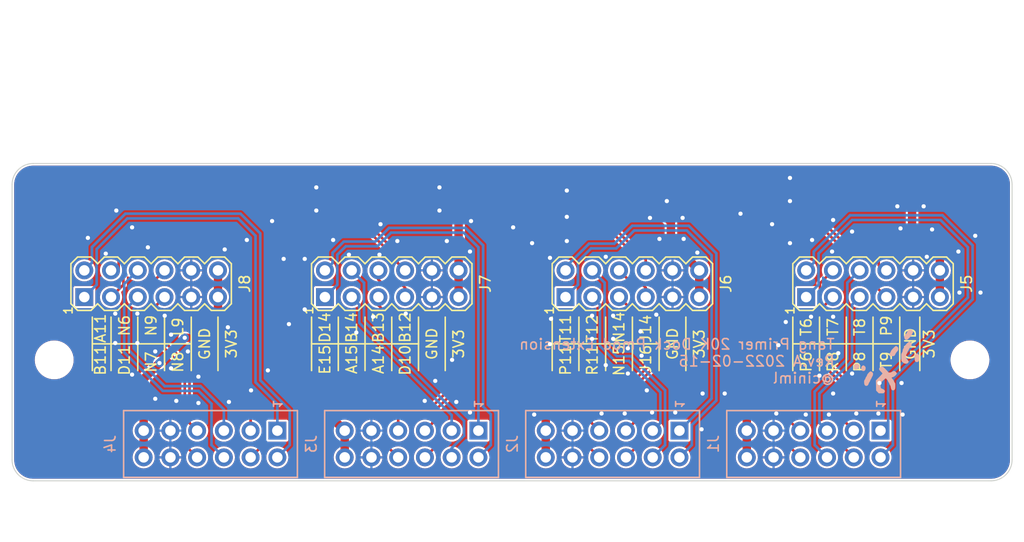
<source format=kicad_pcb>
(kicad_pcb (version 20211014) (generator pcbnew)
  (title_block (date "2023-02-14"))
  (layers (0 "F.Cu" signal) (31 "B.Cu" signal) (34 "B.Paste" user) (35 "F.Paste" user) (36 "B.SilkS" user "B.Silkscreen") (37 "F.SilkS" user "F.Silkscreen") (38 "B.Mask" user) (39 "F.Mask" user) (44 "Edge.Cuts" user))
  (net 0 "")
  (net 1 "/PMOD0_P1_P6")
  (net 2 "/PMOD0_P2_R8")
  (net 3 "/PMOD0_P3_P8")
  (net 4 "/PMOD0_P4_T9")
  (net 5 "GND")
  (net 6 "+3V3")
  (net 7 "/PMOD0_P7_T6")
  (net 8 "/PMOD0_P8_T7")
  (net 9 "/PMOD0_P9_T8")
  (net 10 "/PMOD0_P10_P9")
  (net 11 "/PMOD1_P1_P11")
  (net 12 "/PMOD1_P2_R11")
  (net 13 "/PMOD1_P3_M15")
  (net 14 "/PMOD1_P4_J16")
  (net 15 "/PMOD1_P7_T11")
  (net 16 "/PMOD1_P8_T12")
  (net 17 "/PMOD1_P9_M14")
  (net 18 "/PMOD1_P10_J14")
  (net 19 "/PMOD2_P1_E15")
  (net 20 "/PMOD2_P2_A15")
  (net 21 "/PMOD2_P3_A14")
  (net 22 "/PMOD2_P4_D10")
  (net 23 "/PMOD2_P7_D14")
  (net 24 "/PMOD2_P8_B14")
  (net 25 "/PMOD2_P9_B13")
  (net 26 "/PMOD2_P10_B12")
  (net 27 "/PMOD3_P1_B11")
  (net 28 "/PMOD3_P2_D11")
  (net 29 "/PMOD3_P3_N7")
  (net 30 "/PMOD3_P4_N8")
  (net 31 "/PMOD3_P7_A11")
  (net 32 "/PMOD3_P8_N6")
  (net 33 "/PMOD3_P9_N9")
  (net 34 "/PMOD3_P10_L9")
  (footprint "local:Conn_Pmod_Spec_D" (layer "F.Cu") (at 92.22 41.03 90)
    (fp_text reference "J7")
    (fp_text value "Conn_02x06_Top_Bottom")
  )
  (footprint "local:Conn_Pmod_Spec_D" (layer "F.Cu") (at 115.08 41.03 90)
    (fp_text reference "J6")
    (fp_text value "Conn_02x06_Top_Bottom")
  )
  (footprint "local:MountingHole_3.2mm_M3_Mask" (layer "F.Cu") (at 66.5 47)
    (fp_text reference "H1" hide)
    (fp_text value "MountingHole")
  )
  (footprint "local:Conn_Pmod_Spec_D" (layer "F.Cu") (at 69.36 41.03 90)
    (fp_text reference "J8")
    (fp_text value "Conn_02x06_Top_Bottom")
  )
  (footprint "local:Conn_Pmod_Spec_D" (layer "F.Cu") (at 137.94 41.03 90)
    (fp_text reference "J5")
    (fp_text value "Conn_02x06_Top_Bottom")
  )
  (footprint "local:MountingHole_3.2mm_M3_Mask" (layer "F.Cu") (at 153.5 47)
    (fp_text reference "H2" hide)
    (fp_text value "MountingHole")
  )
  (footprint "local:logo" (layer "B.Cu") (at 145.56 47.126 180)
    (fp_text reference "LOGO1" hide)
    (fp_text value "Logo_Open_Hardware_Small" hide)
  )
  (footprint "local:Conn_Pmod_Spec_B_Vertical" (layer "B.Cu") (at 106.8 53.73 90)
    (fp_text reference "J3")
    (fp_text value "Conn_02x06_Top_Bottom")
  )
  (footprint "local:Conn_Pmod_Spec_B_Vertical" (layer "B.Cu") (at 87.7 53.73 90)
    (fp_text reference "J4")
    (fp_text value "Conn_02x06_Top_Bottom")
  )
  (footprint "local:Conn_Pmod_Spec_B_Vertical" (layer "B.Cu") (at 125.9 53.73 90)
    (fp_text reference "J2")
    (fp_text value "Conn_02x06_Top_Bottom")
  )
  (footprint "local:Conn_Pmod_Spec_B_Vertical" (layer "B.Cu") (at 145 53.73 90)
    (fp_text reference "J1")
    (fp_text value "Conn_02x06_Top_Bottom")
  )
  (gr_line (start 118.89 48.015) (end 118.89 42.935) (layer "F.SilkS") (width 0.15))
  (gr_line (start 82.06 48.015) (end 82.06 42.935) (layer "F.SilkS") (width 0.15))
  (gr_line (start 126.51 48.015) (end 126.51 42.935) (layer "F.SilkS") (width 0.15))
  (gr_line (start 103.65 48.015) (end 103.65 42.935) (layer "F.SilkS") (width 0.15))
  (gr_line (start 148.735 48.015) (end 148.735 42.935) (layer "F.SilkS") (width 0.15))
  (gr_line (start 113.81 45.475) (end 123.97 45.475) (layer "F.SilkS") (width 0.15))
  (gr_line (start 98.57 48.015) (end 98.57 42.935) (layer "F.SilkS") (width 0.15))
  (gr_line (start 90.95 45.475) (end 101.11 45.475) (layer "F.SilkS") (width 0.15))
  (gr_line (start 116.35 48.015) (end 116.35 42.935) (layer "F.SilkS") (width 0.15))
  (gr_line (start 113.81 48.015) (end 113.81 42.935) (layer "F.SilkS") (width 0.15))
  (gr_line (start 71.9 48.015) (end 71.9 42.935) (layer "F.SilkS") (width 0.15))
  (gr_line (start 101.11 48.015) (end 101.11 42.935) (layer "F.SilkS") (width 0.15))
  (gr_line (start 139.21 48.015) (end 139.21 42.935) (layer "F.SilkS") (width 0.15))
  (gr_line (start 93.49 48.015) (end 93.49 42.935) (layer "F.SilkS") (width 0.15))
  (gr_line (start 70.122 48.015) (end 70.122 42.935) (layer "F.SilkS") (width 0.15))
  (gr_line (start 76.98 48.015) (end 76.98 42.935) (layer "F.SilkS") (width 0.15))
  (gr_line (start 70.122 45.475) (end 79.52 45.475) (layer "F.SilkS") (width 0.15))
  (gr_line (start 144.29 48.015) (end 144.29 42.935) (layer "F.SilkS") (width 0.15))
  (gr_line (start 74.44 48.015) (end 74.44 42.935) (layer "F.SilkS") (width 0.15))
  (gr_line (start 136.67 48.015) (end 136.67 42.935) (layer "F.SilkS") (width 0.15))
  (gr_line (start 141.75 48.015) (end 141.75 42.935) (layer "F.SilkS") (width 0.15))
  (gr_line (start 136.67 45.475) (end 146.83 45.475) (layer "F.SilkS") (width 0.15))
  (gr_line (start 146.83 48.015) (end 146.83 42.935) (layer "F.SilkS") (width 0.15))
  (gr_line (start 90.95 48.015) (end 90.95 42.935) (layer "F.SilkS") (width 0.15))
  (gr_line (start 79.52 48.015) (end 79.52 42.935) (layer "F.SilkS") (width 0.15))
  (gr_line (start 121.43 48.015) (end 121.43 42.935) (layer "F.SilkS") (width 0.15))
  (gr_line (start 123.97 48.015) (end 123.97 42.935) (layer "F.SilkS") (width 0.15))
  (gr_line (start 96.03 48.015) (end 96.03 42.935) (layer "F.SilkS") (width 0.15))
  (gr_line (start 62.5 56.5) (end 62.5 30.33) (layer "Edge.Cuts") (width 0.1))
  (gr_arc (start 62.5 30.33) (mid 63.085786 28.915786) (end 64.5 28.33) (layer "Edge.Cuts") (width 0.1))
  (gr_arc (start 64.5 58.5) (mid 63.085786 57.914214) (end 62.5 56.5) (layer "Edge.Cuts") (width 0.1))
  (gr_arc (start 155.5 28.33) (mid 156.914214 28.915786) (end 157.5 30.33) (layer "Edge.Cuts") (width 0.1))
  (gr_line (start 64.5 28.33) (end 155.5 28.33) (layer "Edge.Cuts") (width 0.1))
  (gr_arc (start 157.5 56.5) (mid 156.914214 57.914214) (end 155.5 58.5) (layer "Edge.Cuts") (width 0.1))
  (gr_line (start 157.5 30.33) (end 157.5 56.5) (layer "Edge.Cuts") (width 0.1))
  (gr_line (start 64.5 58.5) (end 155.5 58.5) (layer "Edge.Cuts") (width 0.1))
  (gr_text "Tang Primer 20K Dock Pmod Extension\nRev.A 2022-02-15\n@ciniml" (at 140.734 47.126) (layer "B.SilkS") (effects (font (size 1 1)) (justify left mirror)))
  (gr_text "D11" (at 73.17 45.475 90) (layer "F.SilkS") (effects (font (size 1 1)) (justify right)))
  (gr_text "T12" (at 117.62 45.475 90) (layer "F.SilkS") (effects (font (size 1 1)) (justify left)))
  (gr_text "D14" (at 92.22 45.475 90) (layer "F.SilkS") (effects (font (size 1 1)) (justify left)))
  (gr_text "N9" (at 75.71 44.84 90) (layer "F.SilkS") (effects (font (size 1 1)) (justify left)))
  (gr_text "GND" (at 102.38 45.475 90) (layer "F.SilkS") (effects (font (size 1 1))))
  (gr_text "3V3" (at 149.624 45.475 90) (layer "F.SilkS") (effects (font (size 1 1))))
  (gr_text "P9" (at 145.56 44.84 90) (layer "F.SilkS") (effects (font (size 1 1)) (justify left)))
  (gr_text "R8" (at 140.48 46.11 90) (layer "F.SilkS") (effects (font (size 1 1)) (justify right)))
  (gr_text "T9" (at 145.56 46.11 90) (layer "F.SilkS") (effects (font (size 1 1)) (justify right)))
  (gr_text "B12" (at 99.84 45.475 90) (layer "F.SilkS") (effects (font (size 1 1)) (justify left)))
  (gr_text "GND" (at 125.24 45.475 90) (layer "F.SilkS") (effects (font (size 1 1))))
  (gr_text "N6" (at 73.17 44.84 90) (layer "F.SilkS") (effects (font (size 1 1)) (justify left)))
  (gr_text "GND" (at 147.846 45.475 90) (layer "F.SilkS") (effects (font (size 1 1))))
  (gr_text "3V3" (at 127.78 45.475 90) (layer "F.SilkS") (effects (font (size 1 1))))
  (gr_text "E15" (at 92.22 45.475 90) (layer "F.SilkS") (effects (font (size 1 1)) (justify right)))
  (gr_text "B14" (at 94.76 45.475 90) (layer "F.SilkS") (effects (font (size 1 1)) (justify left)))
  (gr_text "N8" (at 78.25 46.11 90) (layer "F.SilkS") (effects (font (size 1 1)) (justify right)))
  (gr_text "T6" (at 137.94 44.84 90) (layer "F.SilkS") (effects (font (size 1 1)) (justify left)))
  (gr_text "P11" (at 115.08 45.475 90) (layer "F.SilkS") (effects (font (size 1 1)) (justify right)))
  (gr_text "T8" (at 143.02 44.84 90) (layer "F.SilkS") (effects (font (size 1 1)) (justify left)))
  (gr_text "A11" (at 70.884 45.475 90) (layer "F.SilkS") (effects (font (size 1 1)) (justify left)))
  (gr_text "A14" (at 97.3 45.475 90) (layer "F.SilkS") (effects (font (size 1 1)) (justify right)))
  (gr_text "3V3" (at 83.33 45.475 90) (layer "F.SilkS") (effects (font (size 1 1))))
  (gr_text "R11" (at 117.62 45.475 90) (layer "F.SilkS") (effects (font (size 1 1)) (justify right)))
  (gr_text "N7" (at 75.71 46.11 90) (layer "F.SilkS") (effects (font (size 1 1)) (justify right)))
  (gr_text "B13" (at 97.3 45.475 90) (layer "F.SilkS") (effects (font (size 1 1)) (justify left)))
  (gr_text "GND" (at 80.79 45.475 90) (layer "F.SilkS") (effects (font (size 1 1))))
  (gr_text "A15" (at 94.76 45.475 90) (layer "F.SilkS") (effects (font (size 1 1)) (justify right)))
  (gr_text "N15" (at 120.16 45.475 90) (layer "F.SilkS") (effects (font (size 1 1)) (justify right)))
  (gr_text "N14" (at 120.16 45.475 90) (layer "F.SilkS") (effects (font (size 1 1)) (justify left)))
  (gr_text "D10" (at 99.84 45.475 90) (layer "F.SilkS") (effects (font (size 1 1)) (justify right)))
  (gr_text "T11" (at 115.08 45.475 90) (layer "F.SilkS") (effects (font (size 1 1)) (justify left)))
  (gr_text "3V3" (at 104.92 45.475 90) (layer "F.SilkS") (effects (font (size 1 1))))
  (gr_text "T7" (at 140.48 44.84 90) (layer "F.SilkS") (effects (font (size 1 1)) (justify left)))
  (gr_text "P8" (at 143.02 46.11 90) (layer "F.SilkS") (effects (font (size 1 1)) (justify right)))
  (gr_text "P6" (at 137.94 46.11 90) (layer "F.SilkS") (effects (font (size 1 1)) (justify right)))
  (gr_text "L9" (at 78.25 44.84 90) (layer "F.SilkS") (effects (font (size 1 1)) (justify left)))
  (gr_text "B11" (at 70.884 45.475 90) (layer "F.SilkS") (effects (font (size 1 1)) (justify right)))
  (gr_text "J14" (at 122.7 45.475 90) (layer "F.SilkS") (effects (font (size 1 1)) (justify left)))
  (gr_text "J16" (at 122.7 45.475 90) (layer "F.SilkS") (effects (font (size 1 1)) (justify right)))
  (segment (start 139.114511 36.885489) (end 139.114511 39.855489) (width 0.25) (layer "B.Cu") (net 1))
  (segment (start 153.3 41.064282) (end 153.3 40.7) (width 0.25) (layer "B.Cu") (net 1))
  (segment (start 142.3 33.7) (end 139.114511 36.885489) (width 0.25) (layer "B.Cu") (net 1))
  (segment (start 150.7 33.7) (end 142.3 33.7) (width 0.25) (layer "B.Cu") (net 1))
  (segment (start 153.3 36.3) (end 150.7 33.7) (width 0.25) (layer "B.Cu") (net 1))
  (segment (start 139.114511 39.855489) (end 137.94 41.03) (width 0.25) (layer "B.Cu") (net 1))
  (segment (start 145.724991 53.005009) (end 145.724991 48.639291) (width 0.25) (layer "B.Cu") (net 1))
  (segment (start 145.724991 48.639291) (end 153.3 41.064282) (width 0.25) (layer "B.Cu") (net 1))
  (segment (start 145 53.73) (end 145.724991 53.005009) (width 0.25) (layer "B.Cu") (net 1))
  (segment (start 153.3 40.7) (end 153.3 36.3) (width 0.25) (layer "B.Cu") (net 1))
  (segment (start 140.48 41.03) (end 140.47 41.03) (width 0.25) (layer "F.Cu") (net 2))
  (segment (start 141.735009 49.03501) (end 141.735009 53.005009) (width 0.25) (layer "F.Cu") (net 2))
  (segment (start 141.735009 53.005009) (end 142.46 53.73) (width 0.25) (layer "F.Cu") (net 2))
  (segment (start 139.7 47) (end 141.735009 49.03501) (width 0.25) (layer "F.Cu") (net 2))
  (segment (start 140.47 41.03) (end 139.7 41.8) (width 0.25) (layer "F.Cu") (net 2))
  (segment (start 139.7 41.8) (end 139.7 47) (width 0.25) (layer "F.Cu") (net 2))
  (segment (start 139.195009 50.204992) (end 140.1 49.3) (width 0.25) (layer "B.Cu") (net 3))
  (segment (start 139.92 53.72) (end 139.195009 52.995009) (width 0.25) (layer "B.Cu") (net 3))
  (segment (start 139.92 53.73) (end 139.92 53.72) (width 0.25) (layer "B.Cu") (net 3))
  (segment (start 140.1 49.3) (end 142.3 47.1) (width 0.25) (layer "B.Cu") (net 3))
  (segment (start 142.3 47.1) (end 142.3 41.75) (width 0.25) (layer "B.Cu") (net 3))
  (segment (start 139.195009 52.995009) (end 139.195009 50.204992) (width 0.25) (layer "B.Cu") (net 3))
  (segment (start 142.3 41.75) (end 143.02 41.03) (width 0.25) (layer "B.Cu") (net 3))
  (segment (start 144.385489 39.855489) (end 144.385489 37.085489) (width 0.25) (layer "F.Cu") (net 4))
  (segment (start 144.385489 37.085489) (end 143.4 36.1) (width 0.25) (layer "F.Cu") (net 4))
  (segment (start 136.54952 53) (end 137.27952 53.73) (width 0.25) (layer "F.Cu") (net 4))
  (segment (start 141.1 36.1) (end 139.7 34.7) (width 0.25) (layer "F.Cu") (net 4))
  (segment (start 136.54952 45.049521) (end 136.54952 53) (width 0.25) (layer "F.Cu") (net 4))
  (segment (start 135.2 35.9) (end 135.2 43.7) (width 0.25) (layer "F.Cu") (net 4))
  (segment (start 143.4 36.1) (end 141.1 36.1) (width 0.25) (layer "F.Cu") (net 4))
  (segment (start 145.56 41.03) (end 144.385489 39.855489) (width 0.25) (layer "F.Cu") (net 4))
  (segment (start 137.27952 53.73) (end 137.38 53.73) (width 0.25) (layer "F.Cu") (net 4))
  (segment (start 136.4 34.7) (end 135.2 35.9) (width 0.25) (layer "F.Cu") (net 4))
  (segment (start 135.2 43.7) (end 136.54952 45.049521) (width 0.25) (layer "F.Cu") (net 4))
  (segment (start 139.7 34.7) (end 136.4 34.7) (width 0.25) (layer "F.Cu") (net 4))
  (via (at 140.988 46.364) (size 0.8) (drill 0.4) (layers "F.Cu" "B.Cu") (net 5))
  (via (at 140.5 42.9) (size 0.8) (drill 0.4) (layers "F.Cu" "B.Cu") (net 5))
  (via (at 90.3 42.2) (size 0.8) (drill 0.4) (layers "F.Cu" "B.Cu") (net 5))
  (via (at 123.7 42.7) (size 0.8) (drill 0.4) (layers "F.Cu" "B.Cu") (net 5))
  (via (at 75.4 36.3) (size 0.8) (drill 0.4) (layers "F.Cu" "B.Cu") (net 5))
  (via (at 126.3 35.5) (size 0.8) (drill 0.4) (layers "F.Cu" "B.Cu") (net 5))
  (via (at 135.1 52.1) (size 0.8) (drill 0.4) (layers "F.Cu" "B.Cu") (net 5))
  (via (at 149.1 32.4) (size 0.8) (drill 0.4) (layers "F.Cu" "B.Cu") (net 5))
  (via (at 104.7 51) (size 0.8) (drill 0.4) (layers "F.Cu" "B.Cu") (net 5))
  (via (at 124 35.5) (size 0.8) (drill 0.4) (layers "F.Cu" "B.Cu") (net 5))
  (via (at 76.1 46.2) (size 0.8) (drill 0.4) (layers "F.Cu" "B.Cu") (net 5))
  (via (at 71.4 36.9) (size 0.8) (drill 0.4) (layers "F.Cu" "B.Cu") (net 5))
  (via (at 121 45.9) (size 0.8) (drill 0.4) (layers "F.Cu" "B.Cu") (net 5))
  (via (at 142.7 52.1) (size 0.8) (drill 0.4) (layers "F.Cu" "B.Cu") (net 5))
  (via (at 154.5 40.6) (size 0.8) (drill 0.4) (layers "F.Cu" "B.Cu") (net 5))
  (via (at 122.8 49.9) (size 0.8) (drill 0.4) (layers "F.Cu" "B.Cu") (net 5))
  (via (at 95.2 44.4) (size 0.8) (drill 0.4) (layers "F.Cu" "B.Cu") (net 5))
  (via (at 125.5 52) (size 0.8) (drill 0.4) (layers "F.Cu" "B.Cu") (net 5))
  (via (at 134.7 34.1) (size 0.8) (drill 0.4) (layers "F.Cu" "B.Cu") (net 5))
  (via (at 97.4 37) (size 0.8) (drill 0.4) (layers "F.Cu" "B.Cu") (net 5))
  (via (at 73.9 34.4) (size 0.8) (drill 0.4) (layers "F.Cu" "B.Cu") (net 5))
  (via (at 91.4 30.6) (size 0.8) (drill 0.4) (layers "F.Cu" "B.Cu") (net 5))
  (via (at 136 43.4) (size 0.8) (drill 0.4) (layers "F.Cu" "B.Cu") (net 5))
  (via (at 147.1 52.2) (size 0.8) (drill 0.4) (layers "F.Cu" "B.Cu") (net 5))
  (via (at 130.2 50.2) (size 0.8) (drill 0.4) (layers "F.Cu" "B.Cu") (net 5))
  (via (at 103.1 30.6) (size 0.8) (drill 0.4) (layers "F.Cu" "B.Cu") (net 5))
  (via (at 99.9 42.6) (size 0.8) (drill 0.4) (layers "F.Cu" "B.Cu") (net 5))
  (via (at 142.3 34.8) (size 0.8) (drill 0.4) (layers "F.Cu" "B.Cu") (net 5))
  (via (at 144.8 52.1) (size 0.8) (drill 0.4) (layers "F.Cu" "B.Cu") (net 5))
  (via (at 115.2 30.9) (size 0.8) (drill 0.4) (layers "F.Cu" "B.Cu") (net 5))
  (via (at 78.1 50.9) (size 0.8) (drill 0.4) (layers "F.Cu" "B.Cu") (net 5))
  (via (at 77.6 44.6) (size 0.8) (drill 0.4) (layers "F.Cu" "B.Cu") (net 5))
  (via (at 72.3 42.6) (size 0.8) (drill 0.4) (layers "F.Cu" "B.Cu") (net 5))
  (via (at 128 53.6) (size 0.8) (drill 0.4) (layers "F.Cu" "B.Cu") (net 5))
  (via (at 139.2 48.5) (size 0.8) (drill 0.4) (layers "F.Cu" "B.Cu") (net 5))
  (via (at 106.1 33.8) (size 0.8) (drill 0.4) (layers "F.Cu" "B.Cu") (net 5))
  (via (at 103.8 35.7) (size 0.8) (drill 0.4) (layers "F.Cu" "B.Cu") (net 5))
  (via (at 131.7 33.1) (size 0.8) (drill 0.4) (layers "F.Cu" "B.Cu") (net 5))
  (via (at 112.1 52.2) (size 0.8) (drill 0.4) (layers "F.Cu" "B.Cu") (net 5))
  (via (at 152.5 40.6) (size 0.8) (drill 0.4) (layers "F.Cu" "B.Cu") (net 5))
  (via (at 144.9 49.2) (size 0.8) (drill 0.4) (layers "F.Cu" "B.Cu") (net 5))
  (via (at 79.2 46.2) (size 0.8) (drill 0.4) (layers "F.Cu" "B.Cu") (net 5))
  (via (at 93 35.6) (size 0.8) (drill 0.4) (layers "F.Cu" "B.Cu") (net 5))
  (via (at 115.2 35.7) (size 0.8) (drill 0.4) (layers "F.Cu" "B.Cu") (net 5))
  (via (at 120.7 52.1) (size 0.8) (drill 0.4) (layers "F.Cu" "B.Cu") (net 5))
  (via (at 126.2 33.5) (size 0.8) (drill 0.4) (layers "F.Cu" "B.Cu") (net 5))
  (via (at 87.2 33.8) (size 0.8) (drill 0.4) (layers "F.Cu" "B.Cu") (net 5))
  (via (at 127.6 36.8) (size 0.8) (drill 0.4) (layers "F.Cu" "B.Cu") (net 5))
  (via (at 101.7 50.9) (size 0.8) (drill 0.4) (layers "F.Cu" "B.Cu") (net 5))
  (via (at 99.1 35.7) (size 0.8) (drill 0.4) (layers "F.Cu" "B.Cu") (net 5))
  (via (at 103.1 32.8) (size 0.8) (drill 0.4) (layers "F.Cu" "B.Cu") (net 5))
  (via (at 82.7 36.5) (size 0.8) (drill 0.4) (layers "F.Cu" "B.Cu") (net 5))
  (via (at 140.5 50.2) (size 0.8) (drill 0.4) (layers "F.Cu" "B.Cu") (net 5))
  (via (at 123.1 33.5) (size 0.8) (drill 0.4) (layers "F.Cu" "B.Cu") (net 5))
  (via (at 83.1 51) (size 0.8) (drill 0.4) (layers "F.Cu" "B.Cu") (net 5))
  (via (at 128.1 50.2) (size 0.8) (drill 0.4) (layers "F.Cu" "B.Cu") (net 5))
  (via (at 69.7 35.4) (size 0.8) (drill 0.4) (layers "F.Cu" "B.Cu") (net 5))
  (via (at 136.4 29.7) (size 0.8) (drill 0.4) (layers "F.Cu" "B.Cu") (net 5))
  (via (at 88.8 43.6) (size 0.8) (drill 0.4) (layers "F.Cu" "B.Cu") (net 5))
  (via (at 124.7 31.9) (size 0.8) (drill 0.4) (layers "F.Cu" "B.Cu") (net 5))
  (via (at 115.2 33.4) (size 0.8) (drill 0.4) (layers "F.Cu" "B.Cu") (net 5))
  (via (at 110.1 34.4) (size 0.8) (drill 0.4) (layers "F.Cu" "B.Cu") (net 5))
  (via (at 140.4 36.7) (size 0.8) (drill 0.4) (layers "F.Cu" "B.Cu") (net 5))
  (via (at 122.2 44.3) (size 0.8) (drill 0.4) (layers "F.Cu" "B.Cu") (net 5))
  (via (at 76.1 50.7) (size 0.8) (drill 0.4) (layers "F.Cu" "B.Cu") (net 5))
  (via (at 118.9 47.5) (size 0.8) (drill 0.4) (layers "F.Cu" "B.Cu") (net 5))
  (via (at 136.4 35.9) (size 0.8) (drill 0.4) (layers "F.Cu" "B.Cu") (net 5))
  (via (at 102.7 49) (size 0.8) (drill 0.4) (layers "F.Cu" "B.Cu") (net 5))
  (via (at 86.8 48) (size 0.8) (drill 0.4) (layers "F.Cu" "B.Cu") (net 5))
  (via (at 77 42.8) (size 0.8) (drill 0.4) (layers "F.Cu" "B.Cu") (net 5))
  (via (at 106 52) (size 0.8) (drill 0.4) (layers "F.Cu" "B.Cu") (net 5))
  (via (at 118.9 37.2) (size 0.8) (drill 0.4) (layers "F.Cu" "B.Cu") (net 5))
  (via (at 152.4 36.7) (size 0.8) (drill 0.4) (layers "F.Cu" "B.Cu") (net 5))
  (via (at 104.3 47) (size 0.8) (drill 0.4) (layers "F.Cu" "B.Cu") (net 5))
  (via (at 97.5 34.1) (size 0.8) (drill 0.4) (layers "F.Cu" "B.Cu") (net 5))
  (via (at 113.7 43.1) (size 0.8) (drill 0.4) (layers "F.Cu" "B.Cu") (net 5))
  (via (at 113.6 37.3) (size 0.8) (drill 0.4) (layers "F.Cu" "B.Cu") (net 5))
  (via (at 74.4 42.6) (size 0.8) (drill 0.4) (layers "F.Cu" "B.Cu") (net 5))
  (via (at 74.4 45.4) (size 0.8) (drill 0.4) (layers "F.Cu" "B.Cu") (net 5))
  (via (at 83 43.9) (size 0.8) (drill 0.4) (layers "F.Cu" "B.Cu") (net 5))
  (via (at 149.4 37.2) (size 0.8) (drill 0.4) (layers "F.Cu" "B.Cu") (net 5))
  (via (at 77.6 47.8) (size 0.8) (drill 0.4) (layers "F.Cu" "B.Cu") (net 5))
  (via (at 149.9 34.6) (size 0.8) (drill 0.4) (layers "F.Cu" "B.Cu") (net 5))
  (via (at 140.5 33.7) (size 0.8) (drill 0.4) (layers "F.Cu" "B.Cu") (net 5))
  (via (at 72.4 32.8) (size 0.8) (drill 0.4) (layers "F.Cu" "B.Cu") (net 5))
  (via (at 85.2 49.9) (size 0.8) (drill 0.4) (layers "F.Cu" "B.Cu") (net 5))
  (via (at 118.5 52.1) (size 0.8) (drill 0.4) (layers "F.Cu" "B.Cu") (net 5))
  (via (at 88.3 37.4) (size 0.8) (drill 0.4) (layers "F.Cu" "B.Cu") (net 5))
  (via (at 80.2 51.1) (size 0.8) (drill 0.4) (layers "F.Cu" "B.Cu") (net 5))
  (via (at 140.1 52.2) (size 0.8) (drill 0.4) (layers "F.Cu" "B.Cu") (net 5))
  (via (at 90.3 37.4) (size 0.8) (drill 0.4) (layers "F.Cu" "B.Cu") (net 5))
  (via (at 111.9 35.9) (size 0.8) (drill 0.4) (layers "F.Cu" "B.Cu") (net 5))
  (via (at 122.3 46.6) (size 0.8) (drill 0.4) (layers "F.Cu" "B.Cu") (net 5))
  (via (at 117.6 45) (size 0.8) (drill 0.4) (layers "F.Cu" "B.Cu") (net 5))
  (via (at 135.3 45.6) (size 0.8) (drill 0.4) (layers "F.Cu" "B.Cu") (net 5))
  (via (at 84.8 35.6) (size 0.8) (drill 0.4) (layers "F.Cu" "B.Cu") (net 5))
  (via (at 147 49.2) (size 0.8) (drill 0.4) (layers "F.Cu" "B.Cu") (net 5))
  (via (at 123.3 52) (size 0.8) (drill 0.4) (layers "F.Cu" "B.Cu") (net 5))
  (via (at 72.3 45.4) (size 0.8) (drill 0.4) (layers "F.Cu" "B.Cu") (net 5))
  (via (at 137.9 52.2) (size 0.8) (drill 0.4) (layers "F.Cu" "B.Cu") (net 5))
  (via (at 91.4 32.8) (size 0.8) (drill 0.4) (layers "F.Cu" "B.Cu") (net 5))
  (via (at 80.2 48.6) (size 0.8) (drill 0.4) (layers "F.Cu" "B.Cu") (net 5))
  (via (at 96.8 42.9) (size 0.8) (drill 0.4) (layers "F.Cu" "B.Cu") (net 5))
  (via (at 154 35.2) (size 0.8) (drill 0.4) (layers "F.Cu" "B.Cu") (net 5))
  (via (at 113.6 45.5) (size 0.8) (drill 0.4) (layers "F.Cu" "B.Cu") (net 5))
  (via (at 136.4 31.9) (size 0.8) (drill 0.4) (layers "F.Cu" "B.Cu") (net 5))
  (via (at 121 48.3) (size 0.8) (drill 0.4) (layers "F.Cu" "B.Cu") (net 5))
  (via (at 119.6 42.8) (size 0.8) (drill 0.4) (layers "F.Cu" "B.Cu") (net 5))
  (via (at 146.6 32.4) (size 0.8) (drill 0.4) (layers "F.Cu" "B.Cu") (net 5))
  (via (at 146.9 34.5) (size 0.8) (drill 0.4) (layers "F.Cu" "B.Cu") (net 5))
  (via (at 119.6 45) (size 0.8) (drill 0.4) (layers "F.Cu" "B.Cu") (net 5))
  (via (at 94.5 37) (size 0.8) (drill 0.4) (layers "F.Cu" "B.Cu") (net 5))
  (via (at 117.6 42.8) (size 0.8) (drill 0.4) (layers "F.Cu" "B.Cu") (net 5))
  (via (at 142.3 48.3) (size 0.8) (drill 0.4) (layers "F.Cu" "B.Cu") (net 5))
  (via (at 138.4 42.9) (size 0.8) (drill 0.4) (layers "F.Cu" "B.Cu") (net 5))
  (via (at 138.5 35.6) (size 0.8) (drill 0.4) (layers "F.Cu" "B.Cu") (net 5))
  (via (at 106 36.7) (size 0.8) (drill 0.4) (layers "F.Cu" "B.Cu") (net 5))
  (via (at 73.9 48.4) (size 0.8) (drill 0.4) (layers "F.Cu" "B.Cu") (net 5))
  (segment (start 75 48.8) (end 76.5 47.3) (width 0.8) (layer "F.Cu") (net 6))
  (segment (start 150.64 36.94) (end 150.64 38.49) (width 0.8) (layer "F.Cu") (net 6))
  (segment (start 87.300489 35.299511) (end 87.300489 46.930489) (width 0.8) (layer "F.Cu") (net 6))
  (segment (start 110.3 48) (end 113.2 50.9) (width 0.8) (layer "F.Cu") (net 6))
  (segment (start 113.2 56.27) (end 113.2 53.73) (width 0.8) (layer "F.Cu") (net 6))
  (segment (start 87.300489 46.930489) (end 87.535 47.165) (width 0.8) (layer "F.Cu") (net 6))
  (segment (start 132.3 34.2) (end 135.7 30.8) (width 0.8) (layer "F.Cu") (net 6))
  (segment (start 104.92 41.03) (end 104.92 38.49) (width 0.8) (layer "F.Cu") (net 6))
  (segment (start 150.64 41.03) (end 150.64 38.49) (width 0.8) (layer "F.Cu") (net 6))
  (segment (start 75 56.27) (end 75 53.73) (width 0.8) (layer "F.Cu") (net 6))
  (segment (start 125.09 35.8) (end 125.09 33.89) (width 0.8) (layer "F.Cu") (net 6))
  (segment (start 114.1 32.1) (end 110.3 35.9) (width 0.8) (layer "F.Cu") (net 6))
  (segment (start 123.3 32.1) (end 114.1 32.1) (width 0.8) (layer "F.Cu") (net 6))
  (segment (start 104.92 38.49) (end 104.92 33.02) (width 0.8) (layer "F.Cu") (net 6))
  (segment (start 78.9 44.9) (end 80.1 44.9) (width 0.8) (layer "F.Cu") (net 6))
  (segment (start 146.6 30.8) (end 148 32.2) (width 0.8) (layer "F.Cu") (net 6))
  (segment (start 94.1 53.73) (end 94.1 56.27) (width 0.8) (layer "F.Cu") (net 6))
  (segment (start 80.1 44.9) (end 82.06 42.94) (width 0.8) (layer "F.Cu") (net 6))
  (segment (start 75 53.73) (end 75 48.8) (width 0.8) (layer "F.Cu") (net 6))
  (segment (start 127.78 38.49) (end 127.78 41.03) (width 0.8) (layer "F.Cu") (net 6))
  (segment (start 148 32.2) (end 148 34.3) (width 0.8) (layer "F.Cu") (net 6))
  (segment (start 103.6 31.7) (end 90.9 31.7) (width 0.8) (layer "F.Cu") (net 6))
  (segment (start 132.3 56.27) (end 132.3 53.73) (width 0.8) (layer "F.Cu") (net 6))
  (segment (start 127.78 38.49) (end 125.09 35.8) (width 0.8) (layer "F.Cu") (net 6))
  (segment (start 110.3 35.9) (end 110.3 48) (width 0.8) (layer "F.Cu") (net 6))
  (segment (start 90.9 31.7) (end 87.300489 35.299511) (width 0.8) (layer "F.Cu") (net 6))
  (segment (start 94.1 53.73) (end 87.535 47.165) (width 0.8) (layer "F.Cu") (net 6))
  (segment (start 135.7 30.8) (end 146.6 30.8) (width 0.8) (layer "F.Cu") (net 6))
  (segment (start 113.2 50.9) (end 113.2 53.73) (width 0.8) (layer "F.Cu") (net 6))
  (segment (start 148 34.3) (end 150.64 36.94) (width 0.8) (layer "F.Cu") (net 6))
  (segment (start 125.09 33.89) (end 123.3 32.1) (width 0.8) (layer "F.Cu") (net 6))
  (segment (start 132.3 53.73) (end 132.3 34.2) (width 0.8) (layer "F.Cu") (net 6))
  (segment (start 82.06 42.94) (end 82.06 38.49) (width 0.8) (layer "F.Cu") (net 6))
  (segment (start 104.92 33.02) (end 103.6 31.7) (width 0.8) (layer "F.Cu") (net 6))
  (via (at 76.5 47.3) (size 0.8) (drill 0.4) (layers "F.Cu" "B.Cu") (net 6))
  (via (at 78.9 44.9) (size 0.8) (drill 0.4) (layers "F.Cu" "B.Cu") (net 6))
  (segment (start 76.5 47.3) (end 78.9 44.9) (width 0.8) (layer "B.Cu") (net 6))
  (segment (start 150.886198 33.25048) (end 142.113802 33.25048) (width 0.25) (layer "B.Cu") (net 7))
  (segment (start 138.664991 36.699292) (end 138.664991 37.765009) (width 0.25) (layer "B.Cu") (net 7))
  (segment (start 146.174511 48.825489) (end 153.74952 41.250479) (width 0.25) (layer "B.Cu") (net 7))
  (segment (start 153.74952 36.113802) (end 150.886198 33.25048) (width 0.25) (layer "B.Cu") (net 7))
  (segment (start 153.74952 41.250479) (end 153.74952 36.113802) (width 0.25) (layer "B.Cu") (net 7))
  (segment (start 142.113802 33.25048) (end 138.664991 36.699292) (width 0.25) (layer "B.Cu") (net 7))
  (segment (start 138.664991 37.765009) (end 137.94 38.49) (width 0.25) (layer "B.Cu") (net 7))
  (segment (start 145 56.27) (end 146.174511 55.095489) (width 0.25) (layer "B.Cu") (net 7))
  (segment (start 146.174511 55.095489) (end 146.174511 48.825489) (width 0.25) (layer "B.Cu") (net 7))
  (segment (start 141.285489 49.221207) (end 139.25048 47.186197) (width 0.25) (layer "F.Cu") (net 8))
  (segment (start 142.46 56.27) (end 141.285489 55.095489) (width 0.25) (layer "F.Cu") (net 8))
  (segment (start 141.285489 55.095489) (end 141.285489 49.221207) (width 0.25) (layer "F.Cu") (net 8))
  (segment (start 139.25048 47.186197) (end 139.25048 39.71952) (width 0.25) (layer "F.Cu") (net 8))
  (segment (start 139.25048 39.71952) (end 140.48 38.49) (width 0.25) (layer "F.Cu") (net 8))
  (segment (start 138.745489 55.095489) (end 138.745489 50.018794) (width 0.25) (layer "B.Cu") (net 9))
  (segment (start 141.845489 39.664511) (end 143.02 38.49) (width 0.25) (layer "B.Cu") (net 9))
  (segment (start 138.745489 50.018794) (end 141.85048 46.913803) (width 0.25) (layer "B.Cu") (net 9))
  (segment (start 141.845489 46.908812) (end 141.845489 39.664511) (width 0.25) (layer "B.Cu") (net 9))
  (segment (start 139.92 56.27) (end 138.745489 55.095489) (width 0.25) (layer "B.Cu") (net 9))
  (segment (start 141.85048 46.913803) (end 141.845489 46.908812) (width 0.25) (layer "B.Cu") (net 9))
  (segment (start 134.75048 43.886197) (end 134.75048 35.713803) (width 0.25) (layer "F.Cu") (net 10))
  (segment (start 134.75048 35.713803) (end 136.213803 34.25048) (width 0.25) (layer "F.Cu") (net 10))
  (segment (start 136.1 45.235718) (end 134.75048 43.886197) (width 0.25) (layer "F.Cu") (net 10))
  (segment (start 145.325009 38.49) (end 145.56 38.49) (width 0.25) (layer "F.Cu") (net 10))
  (segment (start 139.886198 34.25048) (end 141.286198 35.65048) (width 0.25) (layer "F.Cu") (net 10))
  (segment (start 141.286198 35.65048) (end 143.586198 35.65048) (width 0.25) (layer "F.Cu") (net 10))
  (segment (start 144.835009 38) (end 145.325009 38.49) (width 0.25) (layer "F.Cu") (net 10))
  (segment (start 144.835009 36.899292) (end 144.835009 38) (width 0.25) (layer "F.Cu") (net 10))
  (segment (start 143.586198 35.65048) (end 144.835009 36.899292) (width 0.25) (layer "F.Cu") (net 10))
  (segment (start 136.213803 34.25048) (end 139.886198 34.25048) (width 0.25) (layer "F.Cu") (net 10))
  (segment (start 136.1 54.99) (end 136.1 45.235718) (width 0.25) (layer "F.Cu") (net 10))
  (segment (start 137.38 56.27) (end 136.1 54.99) (width 0.25) (layer "F.Cu") (net 10))
  (segment (start 117.5 36.4) (end 116.254511 37.645489) (width 0.25) (layer "B.Cu") (net 11))
  (segment (start 121.6 34.7) (end 119.9 36.4) (width 0.25) (layer "B.Cu") (net 11))
  (segment (start 128.954511 50.675489) (end 128.954511 37.054511) (width 0.25) (layer "B.Cu") (net 11))
  (segment (start 128.954511 37.054511) (end 126.6 34.7) (width 0.25) (layer "B.Cu") (net 11))
  (segment (start 119.9 36.4) (end 117.5 36.4) (width 0.25) (layer "B.Cu") (net 11))
  (segment (start 116.254511 37.645489) (end 116.254511 39.855489) (width 0.25) (layer "B.Cu") (net 11))
  (segment (start 116.254511 39.855489) (end 115.08 41.03) (width 0.25) (layer "B.Cu") (net 11))
  (segment (start 125.9 53.73) (end 128.954511 50.675489) (width 0.25) (layer "B.Cu") (net 11))
  (segment (start 126.6 34.7) (end 121.6 34.7) (width 0.25) (layer "B.Cu") (net 11))
  (segment (start 118.344991 45.680708) (end 118.344991 41.754991) (width 0.25) (layer "B.Cu") (net 12))
  (segment (start 118.344991 41.754991) (end 117.62 41.03) (width 0.25) (layer "B.Cu") (net 12))
  (segment (start 124.084991 50.084991) (end 121.1 47.1) (width 0.25) (layer "B.Cu") (net 12))
  (segment (start 119.764282 47.1) (end 118.344991 45.680708) (width 0.25) (layer "B.Cu") (net 12))
  (segment (start 121.1 47.1) (end 119.764282 47.1) (width 0.25) (layer "B.Cu") (net 12))
  (segment (start 124.084991 53.005009) (end 124.084991 50.084991) (width 0.25) (layer "B.Cu") (net 12))
  (segment (start 123.36 53.73) (end 124.084991 53.005009) (width 0.25) (layer "B.Cu") (net 12))
  (segment (start 121.097859 41.967859) (end 120.16 41.03) (width 0.25) (layer "F.Cu") (net 13))
  (segment (start 121.544991 53.005009) (end 121.544991 49.019292) (width 0.25) (layer "F.Cu") (net 13))
  (segment (start 123.05048 47.513803) (end 123.05048 43.886198) (width 0.25) (layer "F.Cu") (net 13))
  (segment (start 123.05048 43.886198) (end 121.132141 41.967859) (width 0.25) (layer "F.Cu") (net 13))
  (segment (start 121.544991 49.019292) (end 123.05048 47.513803) (width 0.25) (layer "F.Cu") (net 13))
  (segment (start 120.82 53.73) (end 121.544991 53.005009) (width 0.25) (layer "F.Cu") (net 13))
  (segment (start 121.132141 41.967859) (end 121.097859 41.967859) (width 0.25) (layer "F.Cu") (net 13))
  (segment (start 112.8 36.9) (end 114.9 34.8) (width 0.25) (layer "F.Cu") (net 14))
  (segment (start 121.5 36.9) (end 121.5 38.95101) (width 0.25) (layer "F.Cu") (net 14))
  (segment (start 117.555009 50.65501) (end 112.8 45.9) (width 0.25) (layer "F.Cu") (net 14))
  (segment (start 112.8 45.9) (end 112.8 36.9) (width 0.25) (layer "F.Cu") (net 14))
  (segment (start 122.7 40.15101) (end 122.7 41.03) (width 0.25) (layer "F.Cu") (net 14))
  (segment (start 118.28 53.73) (end 117.555009 53.005009) (width 0.25) (layer "F.Cu") (net 14))
  (segment (start 114.9 34.8) (end 119.4 34.8) (width 0.25) (layer "F.Cu") (net 14))
  (segment (start 119.4 34.8) (end 121.5 36.9) (width 0.25) (layer "F.Cu") (net 14))
  (segment (start 117.555009 53.005009) (end 117.555009 50.65501) (width 0.25) (layer "F.Cu") (net 14))
  (segment (start 121.5 38.95101) (end 122.7 40.15101) (width 0.25) (layer "F.Cu") (net 14))
  (segment (start 119.713803 35.95048) (end 117.313802 35.95048) (width 0.25) (layer "B.Cu") (net 15))
  (segment (start 115.08 38.184282) (end 115.08 38.49) (width 0.25) (layer "B.Cu") (net 15))
  (segment (start 127.074511 53.191206) (end 127.074511 55.095489) (width 0.25) (layer "B.Cu") (net 15))
  (segment (start 117.313802 35.95048) (end 115.08 38.184282) (width 0.25) (layer "B.Cu") (net 15))
  (segment (start 127.074511 55.095489) (end 125.9 56.27) (width 0.25) (layer "B.Cu") (net 15))
  (segment (start 129.404031 36.868314) (end 129.404031 50.861686) (width 0.25) (layer "B.Cu") (net 15))
  (segment (start 129.404031 36.868314) (end 126.786197 34.25048) (width 0.25) (layer "B.Cu") (net 15))
  (segment (start 121.413803 34.25048) (end 119.713803 35.95048) (width 0.25) (layer "B.Cu") (net 15))
  (segment (start 129.404031 50.861686) (end 127.074511 53.191206) (width 0.25) (layer "B.Cu") (net 15))
  (segment (start 126.786197 34.25048) (end 121.413803 34.25048) (width 0.25) (layer "B.Cu") (net 15))
  (segment (start 124.534511 55.095489) (end 124.534511 49.898794) (width 0.25) (layer "B.Cu") (net 16))
  (segment (start 123.36 56.27) (end 124.534511 55.095489) (width 0.25) (layer "B.Cu") (net 16))
  (segment (start 124.534511 49.898794) (end 121.286197 46.65048) (width 0.25) (layer "B.Cu") (net 16))
  (segment (start 121.286197 46.65048) (end 119.95048 46.65048) (width 0.25) (layer "B.Cu") (net 16))
  (segment (start 119.95048 46.65048) (end 118.794511 45.494511) (width 0.25) (layer "B.Cu") (net 16))
  (segment (start 118.794511 39.664511) (end 117.62 38.49) (width 0.25) (layer "B.Cu") (net 16))
  (segment (start 118.794511 45.494511) (end 118.794511 39.664511) (width 0.25) (layer "B.Cu") (net 16))
  (segment (start 121.525489 41.725489) (end 121.525489 39.855489) (width 0.25) (layer "F.Cu") (net 17))
  (segment (start 121.994511 49.205489) (end 123.5 47.7) (width 0.25) (layer "F.Cu") (net 17))
  (segment (start 121.525489 39.855489) (end 120.16 38.49) (width 0.25) (layer "F.Cu") (net 17))
  (segment (start 123.5 43.7) (end 121.525489 41.725489) (width 0.25) (layer "F.Cu") (net 17))
  (segment (start 123.5 47.7) (end 123.5 43.7) (width 0.25) (layer "F.Cu") (net 17))
  (segment (start 121.994511 55.095489) (end 121.994511 49.205489) (width 0.25) (layer "F.Cu") (net 17))
  (segment (start 120.82 56.27) (end 121.994511 55.095489) (width 0.25) (layer "F.Cu") (net 17))
  (segment (start 117.105489 50.841207) (end 112.35048 46.086197) (width 0.25) (layer "F.Cu") (net 18))
  (segment (start 117.105489 55.095489) (end 117.105489 50.841207) (width 0.25) (layer "F.Cu") (net 18))
  (segment (start 114.713803 34.35048) (end 119.586197 34.35048) (width 0.25) (layer "F.Cu") (net 18))
  (segment (start 122.7 37.464283) (end 122.7 38.49) (width 0.25) (layer "F.Cu") (net 18))
  (segment (start 112.35048 46.086197) (end 112.35048 36.713803) (width 0.25) (layer "F.Cu") (net 18))
  (segment (start 118.28 56.27) (end 117.105489 55.095489) (width 0.25) (layer "F.Cu") (net 18))
  (segment (start 119.586197 34.35048) (end 122.7 37.464283) (width 0.25) (layer "F.Cu") (net 18))
  (segment (start 112.35048 36.713803) (end 114.713803 34.35048) (width 0.25) (layer "F.Cu") (net 18))
  (segment (start 106.8 53.73) (end 106.8 36.3) (width 0.25) (layer "B.Cu") (net 19))
  (segment (start 98.5 34.9) (end 97.2 36.2) (width 0.25) (layer "B.Cu") (net 19))
  (segment (start 97.2 36.2) (end 94.2 36.2) (width 0.25) (layer "B.Cu") (net 19))
  (segment (start 105.4 34.9) (end 98.5 34.9) (width 0.25) (layer "B.Cu") (net 19))
  (segment (start 106.8 36.3) (end 105.4 34.9) (width 0.25) (layer "B.Cu") (net 19))
  (segment (start 93.394511 39.855489) (end 92.22 41.03) (width 0.25) (layer "B.Cu") (net 19))
  (segment (start 94.2 36.2) (end 93.394511 37.005489) (width 0.25) (layer "B.Cu") (net 19))
  (segment (start 93.394511 37.005489) (end 93.394511 39.855489) (width 0.25) (layer "B.Cu") (net 19))
  (segment (start 95.484991 41.754991) (end 94.76 41.03) (width 0.25) (layer "B.Cu") (net 20))
  (segment (start 95.484991 43.48499) (end 95.484991 41.754991) (width 0.25) (layer "B.Cu") (net 20))
  (segment (start 104.26 53.73) (end 104.26 52.26) (width 0.25) (layer "B.Cu") (net 20))
  (segment (start 104.26 52.26) (end 95.484991 43.48499) (width 0.25) (layer "B.Cu") (net 20))
  (segment (start 103.55048 50.3) (end 102.444991 51.405489) (width 0.25) (layer "F.Cu") (net 21))
  (segment (start 97.3 41.8) (end 103.55048 48.05048) (width 0.25) (layer "F.Cu") (net 21))
  (segment (start 97.3 41.03) (end 97.3 41.8) (width 0.25) (layer "F.Cu") (net 21))
  (segment (start 102.444991 51.405489) (end 102.444991 53.005009) (width 0.25) (layer "F.Cu") (net 21))
  (segment (start 103.55048 48.05048) (end 103.55048 50.3) (width 0.25) (layer "F.Cu") (net 21))
  (segment (start 102.444991 53.005009) (end 101.72 53.73) (width 0.25) (layer "F.Cu") (net 21))
  (segment (start 99.18 52.18) (end 89.5 42.5) (width 0.25) (layer "F.Cu") (net 22))
  (segment (start 89.5 42.5) (end 89.5 37) (width 0.25) (layer "F.Cu") (net 22))
  (segment (start 98.665489 38.976499) (end 99.84 40.15101) (width 0.25) (layer "F.Cu") (net 22))
  (segment (start 98.665489 37.065489) (end 98.665489 38.976499) (width 0.25) (layer "F.Cu") (net 22))
  (segment (start 89.5 37) (end 91.7 34.8) (width 0.25) (layer "F.Cu") (net 22))
  (segment (start 91.7 34.8) (end 96.4 34.8) (width 0.25) (layer "F.Cu") (net 22))
  (segment (start 99.18 53.73) (end 99.18 52.18) (width 0.25) (layer "F.Cu") (net 22))
  (segment (start 96.4 34.8) (end 98.665489 37.065489) (width 0.25) (layer "F.Cu") (net 22))
  (segment (start 99.84 40.15101) (end 99.84 41.03) (width 0.25) (layer "F.Cu") (net 22))
  (segment (start 107.24952 51.44952) (end 107.24952 36.113802) (width 0.25) (layer "B.Cu") (net 23))
  (segment (start 106.8 56.27) (end 107.974511 55.095489) (width 0.25) (layer "B.Cu") (net 23))
  (segment (start 92.254991 38.49) (end 92.22 38.49) (width 0.25) (layer "B.Cu") (net 23))
  (segment (start 107.974511 55.095489) (end 107.974511 52.174511) (width 0.25) (layer "B.Cu") (net 23))
  (segment (start 98.313802 34.45048) (end 97.013802 35.75048) (width 0.25) (layer "B.Cu") (net 23))
  (segment (start 92.944991 36.819292) (end 92.944991 37.8) (width 0.25) (layer "B.Cu") (net 23))
  (segment (start 92.944991 37.8) (end 92.254991 38.49) (width 0.25) (layer "B.Cu") (net 23))
  (segment (start 107.24952 36.113802) (end 105.586198 34.45048) (width 0.25) (layer "B.Cu") (net 23))
  (segment (start 107.974511 52.174511) (end 107.24952 51.44952) (width 0.25) (layer "B.Cu") (net 23))
  (segment (start 105.586198 34.45048) (end 98.313802 34.45048) (width 0.25) (layer "B.Cu") (net 23))
  (segment (start 94.013803 35.75048) (end 92.944991 36.819292) (width 0.25) (layer "B.Cu") (net 23))
  (segment (start 97.013802 35.75048) (end 94.013803 35.75048) (width 0.25) (layer "B.Cu") (net 23))
  (segment (start 104.26 56.27) (end 104.26 55.39101) (width 0.25) (layer "B.Cu") (net 24))
  (segment (start 104.26 55.39101) (end 105.434511 54.216499) (width 0.25) (layer "B.Cu") (net 24))
  (segment (start 95.934511 39.664511) (end 94.76 38.49) (width 0.25) (layer "B.Cu") (net 24))
  (segment (start 105.434511 54.216499) (end 105.434511 52.798793) (width 0.25) (layer "B.Cu") (net 24))
  (segment (start 95.934511 43.298793) (end 95.934511 39.664511) (width 0.25) (layer "B.Cu") (net 24))
  (segment (start 105.434511 52.798793) (end 95.934511 43.298793) (width 0.25) (layer "B.Cu") (net 24))
  (segment (start 98.517859 40.586849) (end 97.3 39.36899) (width 0.25) (layer "F.Cu") (net 25))
  (segment (start 98.517859 42.382141) (end 98.517859 40.586849) (width 0.25) (layer "F.Cu") (net 25))
  (segment (start 97.3 39.36899) (end 97.3 38.49) (width 0.25) (layer "F.Cu") (net 25))
  (segment (start 102.894511 51.605489) (end 104 50.5) (width 0.25) (layer "F.Cu") (net 25))
  (segment (start 104 50.5) (end 104 47.864282) (width 0.25) (layer "F.Cu") (net 25))
  (segment (start 101.72 56.27) (end 102.894511 55.095489) (width 0.25) (layer "F.Cu") (net 25))
  (segment (start 102.894511 55.095489) (end 102.894511 51.605489) (width 0.25) (layer "F.Cu") (net 25))
  (segment (start 104 47.864282) (end 98.517859 42.382141) (width 0.25) (layer "F.Cu") (net 25))
  (segment (start 98.005489 51.641207) (end 89.05048 42.686197) (width 0.25) (layer "F.Cu") (net 26))
  (segment (start 96.586197 34.35048) (end 99.115009 36.879292) (width 0.25) (layer "F.Cu") (net 26))
  (segment (start 89.05048 36.813802) (end 91.513802 34.35048) (width 0.25) (layer "F.Cu") (net 26))
  (segment (start 89.05048 42.686197) (end 89.05048 36.813802) (width 0.25) (layer "F.Cu") (net 26))
  (segment (start 99.115009 37.765009) (end 99.84 38.49) (width 0.25) (layer "F.Cu") (net 26))
  (segment (start 98.005489 55.095489) (end 98.005489 51.641207) (width 0.25) (layer "F.Cu") (net 26))
  (segment (start 99.18 56.27) (end 98.005489 55.095489) (width 0.25) (layer "F.Cu") (net 26))
  (segment (start 99.115009 36.879292) (end 99.115009 37.765009) (width 0.25) (layer "F.Cu") (net 26))
  (segment (start 91.513802 34.35048) (end 96.586197 34.35048) (width 0.25) (layer "F.Cu") (net 26))
  (segment (start 87.7 51.200001) (end 85.625969 49.125969) (width 0.25) (layer "B.Cu") (net 27))
  (segment (start 70.534511 39.855489) (end 69.36 41.03) (width 0.25) (layer "B.Cu") (net 27))
  (segment (start 85.625969 35.2) (end 83.975489 33.54952) (width 0.25) (layer "B.Cu") (net 27))
  (segment (start 85.625969 49.125969) (end 85.625969 35.2) (width 0.25) (layer "B.Cu") (net 27))
  (segment (start 87.7 53.73) (end 87.7 51.200001) (width 0.25) (layer "B.Cu") (net 27))
  (segment (start 83.975489 33.54952) (end 73.45048 33.54952) (width 0.25) (layer "B.Cu") (net 27))
  (segment (start 70.534511 36.465489) (end 70.534511 39.855489) (width 0.25) (layer "B.Cu") (net 27))
  (segment (start 73.45048 33.54952) (end 70.534511 36.465489) (width 0.25) (layer "B.Cu") (net 27))
  (segment (start 83.9 51.186198) (end 83.9 50.7) (width 0.25) (layer "F.Cu") (net 28))
  (segment (start 73.074511 39.855489) (end 71.9 41.03) (width 0.25) (layer "F.Cu") (net 28))
  (segment (start 73.074511 37.225489) (end 73.074511 39.855489) (width 0.25) (layer "F.Cu") (net 28))
  (segment (start 83.9 50.7) (end 83.9 36.5) (width 0.25) (layer "F.Cu") (net 28))
  (segment (start 83.9 36.5) (end 82.7 35.3) (width 0.25) (layer "F.Cu") (net 28))
  (segment (start 85.16 52.446198) (end 83.9 51.186198) (width 0.25) (layer "F.Cu") (net 28))
  (segment (start 82.7 35.3) (end 75 35.3) (width 0.25) (layer "F.Cu") (net 28))
  (segment (start 75 35.3) (end 73.074511 37.225489) (width 0.25) (layer "F.Cu") (net 28))
  (segment (start 85.16 53.73) (end 85.16 52.446198) (width 0.25) (layer "F.Cu") (net 28))
  (segment (start 77 49.5) (end 73.6 46.1) (width 0.25) (layer "B.Cu") (net 29))
  (segment (start 73.6 41.87) (end 74.44 41.03) (width 0.25) (layer "B.Cu") (net 29))
  (segment (start 73.6 46.1) (end 73.6 41.87) (width 0.25) (layer "B.Cu") (net 29))
  (segment (start 82.62 53.73) (end 82.62 51.72) (width 0.25) (layer "B.Cu") (net 29))
  (segment (start 82.62 51.72) (end 80.4 49.5) (width 0.25) (layer "B.Cu") (net 29))
  (segment (start 80.4 49.5) (end 77 49.5) (width 0.25) (layer "B.Cu") (net 29))
  (segment (start 76.255009 41.754991) (end 76.255009 44.555009) (width 0.25) (layer "F.Cu") (net 30))
  (segment (start 76.98 41.03) (end 76.255009 41.754991) (width 0.25) (layer "F.Cu") (net 30))
  (segment (start 79.355009 53.005009) (end 80.08 53.73) (width 0.25) (layer "F.Cu") (net 30))
  (segment (start 79.355009 47.65501) (end 79.355009 53.005009) (width 0.25) (layer "F.Cu") (net 30))
  (segment (start 76.255009 44.555009) (end 79.355009 47.65501) (width 0.25) (layer "F.Cu") (net 30))
  (segment (start 87.7 56.27) (end 88.874511 55.095489) (width 0.25) (layer "B.Cu") (net 31))
  (segment (start 70.084991 37.765009) (end 69.36 38.49) (width 0.25) (layer "B.Cu") (net 31))
  (segment (start 84.2 33.1) (end 73.264283 33.1) (width 0.25) (layer "B.Cu") (net 31))
  (segment (start 86.075489 48.939772) (end 86.075489 34.975489) (width 0.25) (layer "B.Cu") (net 31))
  (segment (start 88.017858 50.882141) (end 86.075489 48.939772) (width 0.25) (layer "B.Cu") (net 31))
  (segment (start 73.264283 33.1) (end 70.084991 36.279292) (width 0.25) (layer "B.Cu") (net 31))
  (segment (start 88.874511 51.738793) (end 88.017858 50.882141) (width 0.25) (layer "B.Cu") (net 31))
  (segment (start 86.075489 34.975489) (end 84.2 33.1) (width 0.25) (layer "B.Cu") (net 31))
  (segment (start 70.084991 36.279292) (end 70.084991 37.765009) (width 0.25) (layer "B.Cu") (net 31))
  (segment (start 88.874511 55.095489) (end 88.874511 51.738793) (width 0.25) (layer "B.Cu") (net 31))
  (segment (start 72.624991 38.4) (end 72.534991 38.49) (width 0.25) (layer "F.Cu") (net 32))
  (segment (start 84.34952 51) (end 84.34952 36.313803) (width 0.25) (layer "F.Cu") (net 32))
  (segment (start 72.624991 37.039292) (end 72.624991 38.4) (width 0.25) (layer "F.Cu") (net 32))
  (segment (start 72.534991 38.49) (end 71.9 38.49) (width 0.25) (layer "F.Cu") (net 32))
  (segment (start 86.334511 55.095489) (end 86.334511 52.984991) (width 0.25) (layer "F.Cu") (net 32))
  (segment (start 74.813802 34.85048) (end 72.624991 37.039292) (width 0.25) (layer "F.Cu") (net 32))
  (segment (start 85.16 56.27) (end 86.334511 55.095489) (width 0.25) (layer "F.Cu") (net 32))
  (segment (start 84.34952 36.313803) (end 82.886197 34.85048) (width 0.25) (layer "F.Cu") (net 32))
  (segment (start 82.886197 34.85048) (end 74.813802 34.85048) (width 0.25) (layer "F.Cu") (net 32))
  (segment (start 86.334511 52.984991) (end 84.34952 51) (width 0.25) (layer "F.Cu") (net 32))
  (segment (start 81.445489 55.095489) (end 81.445489 51.181207) (width 0.25) (layer "B.Cu") (net 33))
  (segment (start 73.15048 46.286197) (end 73.15048 39.77952) (width 0.25) (layer "B.Cu") (net 33))
  (segment (start 80.213802 49.94952) (end 76.813802 49.94952) (width 0.25) (layer "B.Cu") (net 33))
  (segment (start 81.445489 51.181207) (end 80.213802 49.94952) (width 0.25) (layer "B.Cu") (net 33))
  (segment (start 82.62 56.27) (end 81.445489 55.095489) (width 0.25) (layer "B.Cu") (net 33))
  (segment (start 76.813802 49.94952) (end 73.15048 46.286197) (width 0.25) (layer "B.Cu") (net 33))
  (segment (start 73.15048 39.77952) (end 74.44 38.49) (width 0.25) (layer "B.Cu") (net 33))
  (segment (start 78.905489 47.841207) (end 75.805489 44.741206) (width 0.25) (layer "F.Cu") (net 34))
  (segment (start 80.08 56.27) (end 78.905489 55.095489) (width 0.25) (layer "F.Cu") (net 34))
  (segment (start 75.805489 39.664511) (end 76.98 38.49) (width 0.25) (layer "F.Cu") (net 34))
  (segment (start 75.805489 44.741206) (end 75.805489 39.664511) (width 0.25) (layer "F.Cu") (net 34))
  (segment (start 78.905489 55.095489) (end 78.905489 47.841207) (width 0.25) (layer "F.Cu") (net 34))
  (zone (net 5) (net_name "GND") (layers F&B.Cu) (name "GND") (connect_pads (clearance 0.2)) (min_thickness 0.2) (fill yes (thermal_gap 0.2) (thermal_bridge_width 0.2))
    (polygon (pts (xy 157.5 58.5) (xy 62.5 58.5) (xy 62.5 28) (xy 157.5 28)))
  )
)
</source>
